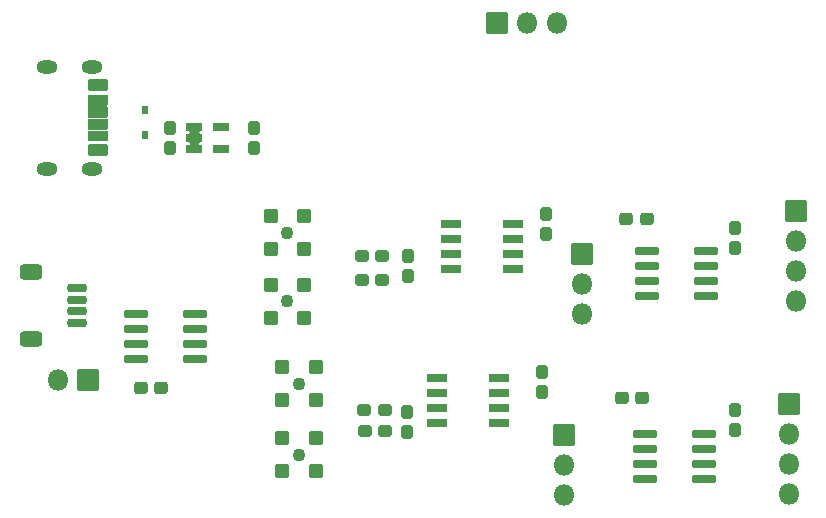
<source format=gbr>
%TF.GenerationSoftware,KiCad,Pcbnew,(6.0.4-0)*%
%TF.CreationDate,2022-10-18T14:28:54-06:00*%
%TF.ProjectId,HX711_710_711_720,48583731-315f-4373-9130-5f3731315f37,rev?*%
%TF.SameCoordinates,Original*%
%TF.FileFunction,Soldermask,Top*%
%TF.FilePolarity,Negative*%
%FSLAX46Y46*%
G04 Gerber Fmt 4.6, Leading zero omitted, Abs format (unit mm)*
G04 Created by KiCad (PCBNEW (6.0.4-0)) date 2022-10-18 14:28:54*
%MOMM*%
%LPD*%
G01*
G04 APERTURE LIST*
G04 Aperture macros list*
%AMRoundRect*
0 Rectangle with rounded corners*
0 $1 Rounding radius*
0 $2 $3 $4 $5 $6 $7 $8 $9 X,Y pos of 4 corners*
0 Add a 4 corners polygon primitive as box body*
4,1,4,$2,$3,$4,$5,$6,$7,$8,$9,$2,$3,0*
0 Add four circle primitives for the rounded corners*
1,1,$1+$1,$2,$3*
1,1,$1+$1,$4,$5*
1,1,$1+$1,$6,$7*
1,1,$1+$1,$8,$9*
0 Add four rect primitives between the rounded corners*
20,1,$1+$1,$2,$3,$4,$5,0*
20,1,$1+$1,$4,$5,$6,$7,0*
20,1,$1+$1,$6,$7,$8,$9,0*
20,1,$1+$1,$8,$9,$2,$3,0*%
G04 Aperture macros list end*
%ADD10RoundRect,0.201000X-0.625000X0.150000X-0.625000X-0.150000X0.625000X-0.150000X0.625000X0.150000X0*%
%ADD11RoundRect,0.301000X-0.650000X0.350000X-0.650000X-0.350000X0.650000X-0.350000X0.650000X0.350000X0*%
%ADD12RoundRect,0.051000X-0.850000X0.850000X-0.850000X-0.850000X0.850000X-0.850000X0.850000X0.850000X0*%
%ADD13O,1.802000X1.802000*%
%ADD14RoundRect,0.288500X-0.237500X0.300000X-0.237500X-0.300000X0.237500X-0.300000X0.237500X0.300000X0*%
%ADD15RoundRect,0.201000X-0.825000X-0.150000X0.825000X-0.150000X0.825000X0.150000X-0.825000X0.150000X0*%
%ADD16RoundRect,0.051000X-0.850000X-0.850000X0.850000X-0.850000X0.850000X0.850000X-0.850000X0.850000X0*%
%ADD17RoundRect,0.288500X-0.300000X-0.237500X0.300000X-0.237500X0.300000X0.237500X-0.300000X0.237500X0*%
%ADD18RoundRect,0.201000X-0.512500X-0.150000X0.512500X-0.150000X0.512500X0.150000X-0.512500X0.150000X0*%
%ADD19RoundRect,0.201000X0.825000X0.150000X-0.825000X0.150000X-0.825000X-0.150000X0.825000X-0.150000X0*%
%ADD20O,1.802000X1.102000*%
%ADD21RoundRect,0.051000X-0.800000X0.400000X-0.800000X-0.400000X0.800000X-0.400000X0.800000X0.400000X0*%
%ADD22RoundRect,0.051000X-0.800000X0.450000X-0.800000X-0.450000X0.800000X-0.450000X0.800000X0.450000X0*%
%ADD23RoundRect,0.051000X-0.225000X0.300000X-0.225000X-0.300000X0.225000X-0.300000X0.225000X0.300000X0*%
%ADD24RoundRect,0.288500X0.300000X0.237500X-0.300000X0.237500X-0.300000X-0.237500X0.300000X-0.237500X0*%
%ADD25RoundRect,0.288500X0.237500X-0.300000X0.237500X0.300000X-0.237500X0.300000X-0.237500X-0.300000X0*%
%ADD26RoundRect,0.051000X0.850000X-0.850000X0.850000X0.850000X-0.850000X0.850000X-0.850000X-0.850000X0*%
%ADD27RoundRect,0.288500X0.287500X0.237500X-0.287500X0.237500X-0.287500X-0.237500X0.287500X-0.237500X0*%
%ADD28RoundRect,0.201000X-0.675000X-0.150000X0.675000X-0.150000X0.675000X0.150000X-0.675000X0.150000X0*%
%ADD29C,1.102000*%
%ADD30RoundRect,0.051000X-0.500000X-0.500000X0.500000X-0.500000X0.500000X0.500000X-0.500000X0.500000X0*%
G04 APERTURE END LIST*
D10*
%TO.C,J7*%
X115300000Y-77400000D03*
X115300000Y-78400000D03*
X115300000Y-79400000D03*
X115300000Y-80400000D03*
D11*
X111425000Y-81700000D03*
X111425000Y-76100000D03*
%TD*%
D12*
%TO.C,J4*%
X116300000Y-85200000D03*
D13*
X113760000Y-85200000D03*
%TD*%
D14*
%TO.C,C9*%
X171000000Y-87737500D03*
X171000000Y-89462500D03*
%TD*%
%TO.C,C8*%
X171000000Y-72337500D03*
X171000000Y-74062500D03*
%TD*%
D15*
%TO.C,U5*%
X163425000Y-89795000D03*
X163425000Y-91065000D03*
X163425000Y-92335000D03*
X163425000Y-93605000D03*
X168375000Y-93605000D03*
X168375000Y-92335000D03*
X168375000Y-91065000D03*
X168375000Y-89795000D03*
%TD*%
%TO.C,U4*%
X163625000Y-74295000D03*
X163625000Y-75565000D03*
X163625000Y-76835000D03*
X163625000Y-78105000D03*
X168575000Y-78105000D03*
X168575000Y-76835000D03*
X168575000Y-75565000D03*
X168575000Y-74295000D03*
%TD*%
D16*
%TO.C,J11*%
X175625000Y-87200000D03*
D13*
X175625000Y-89740000D03*
X175625000Y-92280000D03*
X175625000Y-94820000D03*
%TD*%
D16*
%TO.C,J10*%
X176225000Y-70900000D03*
D13*
X176225000Y-73440000D03*
X176225000Y-75980000D03*
X176225000Y-78520000D03*
%TD*%
D17*
%TO.C,C7*%
X161437500Y-86700000D03*
X163162500Y-86700000D03*
%TD*%
%TO.C,C6*%
X161837500Y-71600000D03*
X163562500Y-71600000D03*
%TD*%
D18*
%TO.C,U6*%
X125262500Y-63750000D03*
X125262500Y-64700000D03*
X125262500Y-65650000D03*
X127537500Y-65650000D03*
X127537500Y-63750000D03*
%TD*%
D19*
%TO.C,U1*%
X125275000Y-83405000D03*
X125275000Y-82135000D03*
X125275000Y-80865000D03*
X125275000Y-79595000D03*
X120325000Y-79595000D03*
X120325000Y-80865000D03*
X120325000Y-82135000D03*
X120325000Y-83405000D03*
%TD*%
D20*
%TO.C,J12*%
X112790000Y-58680000D03*
X112790000Y-67320000D03*
X116590000Y-67320000D03*
X116590000Y-58680000D03*
D21*
X117070000Y-62500000D03*
X117070000Y-64520000D03*
D22*
X117070000Y-65750000D03*
D21*
X117070000Y-63500000D03*
X117070000Y-61480000D03*
D22*
X117070000Y-60250000D03*
%TD*%
D23*
%TO.C,D1*%
X121100000Y-62350000D03*
X121100000Y-64450000D03*
%TD*%
D14*
%TO.C,C11*%
X130300000Y-63837500D03*
X130300000Y-65562500D03*
%TD*%
%TO.C,C5*%
X154674999Y-84497499D03*
X154674999Y-86222499D03*
%TD*%
%TO.C,C10*%
X123200000Y-63837500D03*
X123200000Y-65562500D03*
%TD*%
%TO.C,C4*%
X155074999Y-71147499D03*
X155074999Y-72872499D03*
%TD*%
D24*
%TO.C,C3*%
X122462500Y-85900000D03*
X120737500Y-85900000D03*
%TD*%
D25*
%TO.C,C2*%
X143224999Y-89597499D03*
X143224999Y-87872499D03*
%TD*%
%TO.C,C1*%
X143324999Y-76422499D03*
X143324999Y-74697499D03*
%TD*%
D26*
%TO.C,J1*%
X150875000Y-54975000D03*
D13*
X153415000Y-54975000D03*
X155955000Y-54975000D03*
%TD*%
D16*
%TO.C,J8*%
X156600000Y-89860000D03*
D13*
X156600000Y-92400000D03*
X156600000Y-94940000D03*
%TD*%
D16*
%TO.C,J9*%
X158124999Y-74534999D03*
D13*
X158124999Y-77074999D03*
X158124999Y-79614999D03*
%TD*%
D27*
%TO.C,R2*%
X141174999Y-76734999D03*
X139424999Y-76734999D03*
%TD*%
%TO.C,R3*%
X141399999Y-87734999D03*
X139649999Y-87734999D03*
%TD*%
%TO.C,R4*%
X141424999Y-89534999D03*
X139674999Y-89534999D03*
%TD*%
D28*
%TO.C,U2*%
X146974999Y-71994999D03*
X146974999Y-73264999D03*
X146974999Y-74534999D03*
X146974999Y-75804999D03*
X152224999Y-75804999D03*
X152224999Y-74534999D03*
X152224999Y-73264999D03*
X152224999Y-71994999D03*
%TD*%
%TO.C,U3*%
X145799999Y-85029999D03*
X145799999Y-86299999D03*
X145799999Y-87569999D03*
X145799999Y-88839999D03*
X151049999Y-88839999D03*
X151049999Y-87569999D03*
X151049999Y-86299999D03*
X151049999Y-85029999D03*
%TD*%
D27*
%TO.C,R1*%
X141174999Y-74734999D03*
X139424999Y-74734999D03*
%TD*%
D29*
%TO.C,J3*%
X133124999Y-72724999D03*
D30*
X131724999Y-74124999D03*
X134524999Y-71324999D03*
X131724999Y-71324999D03*
X134524999Y-74124999D03*
%TD*%
D29*
%TO.C,J5*%
X133124999Y-78534999D03*
D30*
X131724999Y-77134999D03*
X134524999Y-77134999D03*
X134524999Y-79934999D03*
X131724999Y-79934999D03*
%TD*%
D29*
%TO.C,J6*%
X134124999Y-91534999D03*
D30*
X132724999Y-92934999D03*
X132724999Y-90134999D03*
X135524999Y-92934999D03*
X135524999Y-90134999D03*
%TD*%
D29*
%TO.C,J2*%
X134124999Y-85534999D03*
D30*
X135524999Y-84134999D03*
X132724999Y-86934999D03*
X135524999Y-86934999D03*
X132724999Y-84134999D03*
%TD*%
G36*
X125768527Y-65050000D02*
G01*
X125768527Y-65052000D01*
X125767056Y-65052983D01*
X125766817Y-65053015D01*
X125703204Y-65081154D01*
X125665070Y-65138965D01*
X125664244Y-65208220D01*
X125700983Y-65266914D01*
X125766825Y-65296985D01*
X125767068Y-65297017D01*
X125768655Y-65298235D01*
X125768394Y-65300218D01*
X125766807Y-65301000D01*
X124758205Y-65301000D01*
X124756473Y-65300000D01*
X124756473Y-65298000D01*
X124757944Y-65297017D01*
X124758183Y-65296985D01*
X124821796Y-65268846D01*
X124859930Y-65211035D01*
X124860756Y-65141780D01*
X124824017Y-65083086D01*
X124758175Y-65053015D01*
X124757932Y-65052983D01*
X124756345Y-65051765D01*
X124756606Y-65049782D01*
X124758193Y-65049000D01*
X125766795Y-65049000D01*
X125768527Y-65050000D01*
G37*
G36*
X125768527Y-64100000D02*
G01*
X125768527Y-64102000D01*
X125767056Y-64102983D01*
X125766817Y-64103015D01*
X125703204Y-64131154D01*
X125665070Y-64188965D01*
X125664244Y-64258220D01*
X125700983Y-64316914D01*
X125766825Y-64346985D01*
X125767068Y-64347017D01*
X125768655Y-64348235D01*
X125768394Y-64350218D01*
X125766807Y-64351000D01*
X124758205Y-64351000D01*
X124756473Y-64350000D01*
X124756473Y-64348000D01*
X124757944Y-64347017D01*
X124758183Y-64346985D01*
X124821796Y-64318846D01*
X124859930Y-64261035D01*
X124860756Y-64191780D01*
X124824017Y-64133086D01*
X124758175Y-64103015D01*
X124757932Y-64102983D01*
X124756345Y-64101765D01*
X124756606Y-64099782D01*
X124758193Y-64099000D01*
X125766795Y-64099000D01*
X125768527Y-64100000D01*
G37*
G36*
X116240267Y-63937886D02*
G01*
X116251262Y-63945233D01*
X116270199Y-63949000D01*
X117869801Y-63949000D01*
X117888738Y-63945233D01*
X117899733Y-63937886D01*
X117901729Y-63937755D01*
X117902840Y-63939418D01*
X117902507Y-63940660D01*
X117901997Y-63941424D01*
X117881216Y-64007788D01*
X117902006Y-64078590D01*
X117902507Y-64079340D01*
X117902638Y-64081335D01*
X117900975Y-64082447D01*
X117899733Y-64082114D01*
X117888738Y-64074767D01*
X117869801Y-64071000D01*
X116270199Y-64071000D01*
X116251262Y-64074767D01*
X116240267Y-64082114D01*
X116238271Y-64082245D01*
X116237160Y-64080582D01*
X116237493Y-64079340D01*
X116238003Y-64078576D01*
X116258784Y-64012212D01*
X116237994Y-63941410D01*
X116237493Y-63940660D01*
X116237362Y-63938665D01*
X116239025Y-63937553D01*
X116240267Y-63937886D01*
G37*
G36*
X116236075Y-62935084D02*
G01*
X116251263Y-62945233D01*
X116270199Y-62949000D01*
X117869801Y-62949000D01*
X117888738Y-62945233D01*
X117903773Y-62935186D01*
X117905768Y-62935055D01*
X117906880Y-62936718D01*
X117906793Y-62937447D01*
X117887898Y-62997788D01*
X117906955Y-63062690D01*
X117906483Y-63064633D01*
X117904564Y-63065197D01*
X117903925Y-63064916D01*
X117888737Y-63054767D01*
X117869801Y-63051000D01*
X116270199Y-63051000D01*
X116251262Y-63054767D01*
X116236227Y-63064814D01*
X116234232Y-63064945D01*
X116233120Y-63063282D01*
X116233207Y-63062553D01*
X116252102Y-63002212D01*
X116233045Y-62937310D01*
X116233517Y-62935367D01*
X116235436Y-62934803D01*
X116236075Y-62935084D01*
G37*
G36*
X116240267Y-61917886D02*
G01*
X116251262Y-61925233D01*
X116270199Y-61929000D01*
X117869801Y-61929000D01*
X117888738Y-61925233D01*
X117899733Y-61917886D01*
X117901729Y-61917755D01*
X117902840Y-61919418D01*
X117902507Y-61920660D01*
X117901997Y-61921424D01*
X117881216Y-61987788D01*
X117902006Y-62058590D01*
X117902507Y-62059340D01*
X117902638Y-62061335D01*
X117900975Y-62062447D01*
X117899733Y-62062114D01*
X117888738Y-62054767D01*
X117869801Y-62051000D01*
X116270199Y-62051000D01*
X116251262Y-62054767D01*
X116240267Y-62062114D01*
X116238271Y-62062245D01*
X116237160Y-62060582D01*
X116237493Y-62059340D01*
X116238003Y-62058576D01*
X116258784Y-61992212D01*
X116237994Y-61921410D01*
X116237493Y-61920660D01*
X116237362Y-61918665D01*
X116239025Y-61917553D01*
X116240267Y-61917886D01*
G37*
M02*

</source>
